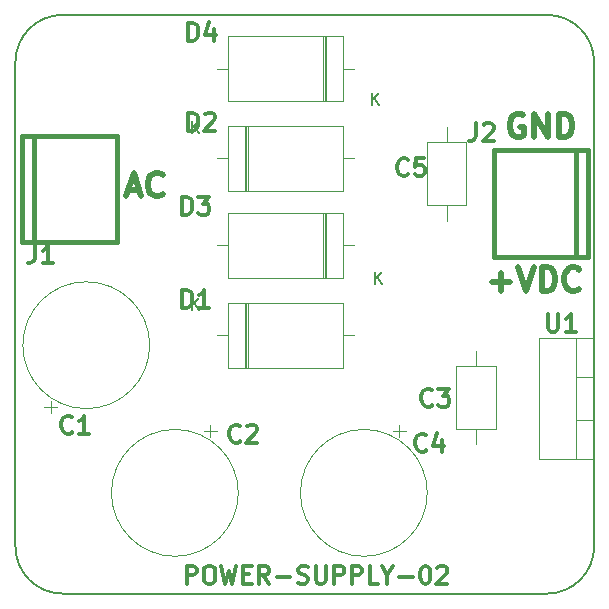
<source format=gbr>
G04 #@! TF.GenerationSoftware,KiCad,Pcbnew,(5.0.2)-1*
G04 #@! TF.CreationDate,2020-11-25T16:06:49-05:00*
G04 #@! TF.ProjectId,MHS-5200A_PwrSupply,4d48532d-3532-4303-9041-5f5077725375,rev?*
G04 #@! TF.SameCoordinates,Original*
G04 #@! TF.FileFunction,Legend,Top*
G04 #@! TF.FilePolarity,Positive*
%FSLAX46Y46*%
G04 Gerber Fmt 4.6, Leading zero omitted, Abs format (unit mm)*
G04 Created by KiCad (PCBNEW (5.0.2)-1) date 11/25/2020 4:06:49 PM*
%MOMM*%
%LPD*%
G01*
G04 APERTURE LIST*
%ADD10C,0.500000*%
%ADD11C,0.375000*%
%ADD12C,0.120000*%
%ADD13C,0.381000*%
%ADD14C,0.150000*%
%ADD15C,0.450000*%
G04 APERTURE END LIST*
D10*
X9523809Y-14833333D02*
X10476190Y-14833333D01*
X9333333Y-15404761D02*
X9999999Y-13404761D01*
X10666666Y-15404761D01*
X12476190Y-15214285D02*
X12380952Y-15309523D01*
X12095238Y-15404761D01*
X11904761Y-15404761D01*
X11619047Y-15309523D01*
X11428571Y-15119047D01*
X11333333Y-14928571D01*
X11238095Y-14547619D01*
X11238095Y-14261904D01*
X11333333Y-13880952D01*
X11428571Y-13690476D01*
X11619047Y-13500000D01*
X11904761Y-13404761D01*
X12095238Y-13404761D01*
X12380952Y-13500000D01*
X12476190Y-13595238D01*
X42976190Y-8500000D02*
X42785714Y-8404761D01*
X42500000Y-8404761D01*
X42214285Y-8500000D01*
X42023809Y-8690476D01*
X41928571Y-8880952D01*
X41833333Y-9261904D01*
X41833333Y-9547619D01*
X41928571Y-9928571D01*
X42023809Y-10119047D01*
X42214285Y-10309523D01*
X42500000Y-10404761D01*
X42690476Y-10404761D01*
X42976190Y-10309523D01*
X43071428Y-10214285D01*
X43071428Y-9547619D01*
X42690476Y-9547619D01*
X43928571Y-10404761D02*
X43928571Y-8404761D01*
X45071428Y-10404761D01*
X45071428Y-8404761D01*
X46023809Y-10404761D02*
X46023809Y-8404761D01*
X46500000Y-8404761D01*
X46785714Y-8500000D01*
X46976190Y-8690476D01*
X47071428Y-8880952D01*
X47166666Y-9261904D01*
X47166666Y-9547619D01*
X47071428Y-9928571D01*
X46976190Y-10119047D01*
X46785714Y-10309523D01*
X46500000Y-10404761D01*
X46023809Y-10404761D01*
X40380952Y-22642857D02*
X41904761Y-22642857D01*
X41142857Y-23404761D02*
X41142857Y-21880952D01*
X42571428Y-21404761D02*
X43238095Y-23404761D01*
X43904761Y-21404761D01*
X44571428Y-23404761D02*
X44571428Y-21404761D01*
X45047619Y-21404761D01*
X45333333Y-21500000D01*
X45523809Y-21690476D01*
X45619047Y-21880952D01*
X45714285Y-22261904D01*
X45714285Y-22547619D01*
X45619047Y-22928571D01*
X45523809Y-23119047D01*
X45333333Y-23309523D01*
X45047619Y-23404761D01*
X44571428Y-23404761D01*
X47714285Y-23214285D02*
X47619047Y-23309523D01*
X47333333Y-23404761D01*
X47142857Y-23404761D01*
X46857142Y-23309523D01*
X46666666Y-23119047D01*
X46571428Y-22928571D01*
X46476190Y-22547619D01*
X46476190Y-22261904D01*
X46571428Y-21880952D01*
X46666666Y-21690476D01*
X46857142Y-21500000D01*
X47142857Y-21404761D01*
X47333333Y-21404761D01*
X47619047Y-21500000D01*
X47714285Y-21595238D01*
D11*
X14500000Y-48178571D02*
X14500000Y-46678571D01*
X15071428Y-46678571D01*
X15214285Y-46750000D01*
X15285714Y-46821428D01*
X15357142Y-46964285D01*
X15357142Y-47178571D01*
X15285714Y-47321428D01*
X15214285Y-47392857D01*
X15071428Y-47464285D01*
X14500000Y-47464285D01*
X16285714Y-46678571D02*
X16571428Y-46678571D01*
X16714285Y-46750000D01*
X16857142Y-46892857D01*
X16928571Y-47178571D01*
X16928571Y-47678571D01*
X16857142Y-47964285D01*
X16714285Y-48107142D01*
X16571428Y-48178571D01*
X16285714Y-48178571D01*
X16142857Y-48107142D01*
X16000000Y-47964285D01*
X15928571Y-47678571D01*
X15928571Y-47178571D01*
X16000000Y-46892857D01*
X16142857Y-46750000D01*
X16285714Y-46678571D01*
X17428571Y-46678571D02*
X17785714Y-48178571D01*
X18071428Y-47107142D01*
X18357142Y-48178571D01*
X18714285Y-46678571D01*
X19285714Y-47392857D02*
X19785714Y-47392857D01*
X20000000Y-48178571D02*
X19285714Y-48178571D01*
X19285714Y-46678571D01*
X20000000Y-46678571D01*
X21500000Y-48178571D02*
X21000000Y-47464285D01*
X20642857Y-48178571D02*
X20642857Y-46678571D01*
X21214285Y-46678571D01*
X21357142Y-46750000D01*
X21428571Y-46821428D01*
X21500000Y-46964285D01*
X21500000Y-47178571D01*
X21428571Y-47321428D01*
X21357142Y-47392857D01*
X21214285Y-47464285D01*
X20642857Y-47464285D01*
X22142857Y-47607142D02*
X23285714Y-47607142D01*
X23928571Y-48107142D02*
X24142857Y-48178571D01*
X24500000Y-48178571D01*
X24642857Y-48107142D01*
X24714285Y-48035714D01*
X24785714Y-47892857D01*
X24785714Y-47750000D01*
X24714285Y-47607142D01*
X24642857Y-47535714D01*
X24500000Y-47464285D01*
X24214285Y-47392857D01*
X24071428Y-47321428D01*
X24000000Y-47250000D01*
X23928571Y-47107142D01*
X23928571Y-46964285D01*
X24000000Y-46821428D01*
X24071428Y-46750000D01*
X24214285Y-46678571D01*
X24571428Y-46678571D01*
X24785714Y-46750000D01*
X25428571Y-46678571D02*
X25428571Y-47892857D01*
X25500000Y-48035714D01*
X25571428Y-48107142D01*
X25714285Y-48178571D01*
X26000000Y-48178571D01*
X26142857Y-48107142D01*
X26214285Y-48035714D01*
X26285714Y-47892857D01*
X26285714Y-46678571D01*
X27000000Y-48178571D02*
X27000000Y-46678571D01*
X27571428Y-46678571D01*
X27714285Y-46750000D01*
X27785714Y-46821428D01*
X27857142Y-46964285D01*
X27857142Y-47178571D01*
X27785714Y-47321428D01*
X27714285Y-47392857D01*
X27571428Y-47464285D01*
X27000000Y-47464285D01*
X28500000Y-48178571D02*
X28500000Y-46678571D01*
X29071428Y-46678571D01*
X29214285Y-46750000D01*
X29285714Y-46821428D01*
X29357142Y-46964285D01*
X29357142Y-47178571D01*
X29285714Y-47321428D01*
X29214285Y-47392857D01*
X29071428Y-47464285D01*
X28500000Y-47464285D01*
X30714285Y-48178571D02*
X30000000Y-48178571D01*
X30000000Y-46678571D01*
X31500000Y-47464285D02*
X31500000Y-48178571D01*
X31000000Y-46678571D02*
X31500000Y-47464285D01*
X32000000Y-46678571D01*
X32500000Y-47607142D02*
X33642857Y-47607142D01*
X34642857Y-46678571D02*
X34785714Y-46678571D01*
X34928571Y-46750000D01*
X35000000Y-46821428D01*
X35071428Y-46964285D01*
X35142857Y-47250000D01*
X35142857Y-47607142D01*
X35071428Y-47892857D01*
X35000000Y-48035714D01*
X34928571Y-48107142D01*
X34785714Y-48178571D01*
X34642857Y-48178571D01*
X34500000Y-48107142D01*
X34428571Y-48035714D01*
X34357142Y-47892857D01*
X34285714Y-47607142D01*
X34285714Y-47250000D01*
X34357142Y-46964285D01*
X34428571Y-46821428D01*
X34500000Y-46750000D01*
X34642857Y-46678571D01*
X35714285Y-46821428D02*
X35785714Y-46750000D01*
X35928571Y-46678571D01*
X36285714Y-46678571D01*
X36428571Y-46750000D01*
X36500000Y-46821428D01*
X36571428Y-46964285D01*
X36571428Y-47107142D01*
X36500000Y-47321428D01*
X35642857Y-48178571D01*
X36571428Y-48178571D01*
D12*
G04 #@! TO.C,C1*
X11370000Y-28000000D02*
G75*
G03X11370000Y-28000000I-5370000J0D01*
G01*
X2985000Y-33747133D02*
X2985000Y-32697133D01*
X2460000Y-33222133D02*
X3510000Y-33222133D01*
G04 #@! TO.C,C2*
X17040000Y-35277867D02*
X15990000Y-35277867D01*
X16515000Y-34752867D02*
X16515000Y-35802867D01*
X18870000Y-40500000D02*
G75*
G03X18870000Y-40500000I-5370000J0D01*
G01*
G04 #@! TO.C,C3*
X40670000Y-29770000D02*
X37330000Y-29770000D01*
X37330000Y-29770000D02*
X37330000Y-35110000D01*
X37330000Y-35110000D02*
X40670000Y-35110000D01*
X40670000Y-35110000D02*
X40670000Y-29770000D01*
X39000000Y-28480000D02*
X39000000Y-29770000D01*
X39000000Y-36400000D02*
X39000000Y-35110000D01*
G04 #@! TO.C,C4*
X34870000Y-40500000D02*
G75*
G03X34870000Y-40500000I-5370000J0D01*
G01*
X32515000Y-34752867D02*
X32515000Y-35802867D01*
X33040000Y-35277867D02*
X31990000Y-35277867D01*
G04 #@! TO.C,C5*
X36500000Y-9540000D02*
X36500000Y-10830000D01*
X36500000Y-17460000D02*
X36500000Y-16170000D01*
X34830000Y-10830000D02*
X34830000Y-16170000D01*
X38170000Y-10830000D02*
X34830000Y-10830000D01*
X38170000Y-16170000D02*
X38170000Y-10830000D01*
X34830000Y-16170000D02*
X38170000Y-16170000D01*
G04 #@! TO.C,D1*
X17990000Y-24458000D02*
X17990000Y-29898000D01*
X17990000Y-29898000D02*
X27730000Y-29898000D01*
X27730000Y-29898000D02*
X27730000Y-24458000D01*
X27730000Y-24458000D02*
X17990000Y-24458000D01*
X17080000Y-27178000D02*
X17990000Y-27178000D01*
X28640000Y-27178000D02*
X27730000Y-27178000D01*
X19535000Y-24458000D02*
X19535000Y-29898000D01*
X19655000Y-24458000D02*
X19655000Y-29898000D01*
X19415000Y-24458000D02*
X19415000Y-29898000D01*
G04 #@! TO.C,D2*
X19415000Y-9472000D02*
X19415000Y-14912000D01*
X19655000Y-9472000D02*
X19655000Y-14912000D01*
X19535000Y-9472000D02*
X19535000Y-14912000D01*
X28640000Y-12192000D02*
X27730000Y-12192000D01*
X17080000Y-12192000D02*
X17990000Y-12192000D01*
X27730000Y-9472000D02*
X17990000Y-9472000D01*
X27730000Y-14912000D02*
X27730000Y-9472000D01*
X17990000Y-14912000D02*
X27730000Y-14912000D01*
X17990000Y-9472000D02*
X17990000Y-14912000D01*
G04 #@! TO.C,D3*
X27730000Y-22278000D02*
X27730000Y-16838000D01*
X27730000Y-16838000D02*
X17990000Y-16838000D01*
X17990000Y-16838000D02*
X17990000Y-22278000D01*
X17990000Y-22278000D02*
X27730000Y-22278000D01*
X28640000Y-19558000D02*
X27730000Y-19558000D01*
X17080000Y-19558000D02*
X17990000Y-19558000D01*
X26185000Y-22278000D02*
X26185000Y-16838000D01*
X26065000Y-22278000D02*
X26065000Y-16838000D01*
X26305000Y-22278000D02*
X26305000Y-16838000D01*
G04 #@! TO.C,D4*
X26305000Y-7300000D02*
X26305000Y-1860000D01*
X26065000Y-7300000D02*
X26065000Y-1860000D01*
X26185000Y-7300000D02*
X26185000Y-1860000D01*
X17080000Y-4580000D02*
X17990000Y-4580000D01*
X28640000Y-4580000D02*
X27730000Y-4580000D01*
X17990000Y-7300000D02*
X27730000Y-7300000D01*
X17990000Y-1860000D02*
X17990000Y-7300000D01*
X27730000Y-1860000D02*
X17990000Y-1860000D01*
X27730000Y-7300000D02*
X27730000Y-1860000D01*
D13*
G04 #@! TO.C,J1*
X580000Y-19280000D02*
X8580000Y-19280000D01*
X580000Y-10280000D02*
X8580000Y-10280000D01*
X8580000Y-19280000D02*
X8580000Y-10280000D01*
X1580000Y-19280000D02*
X1580000Y-10280000D01*
X580000Y-19280000D02*
X580000Y-10280000D01*
G04 #@! TO.C,J2*
X48500000Y-11500000D02*
X48500000Y-20500000D01*
X47500000Y-11500000D02*
X47500000Y-20500000D01*
X40500000Y-11500000D02*
X40500000Y-20500000D01*
X48500000Y-20500000D02*
X40500000Y-20500000D01*
X48500000Y-11500000D02*
X40500000Y-11500000D01*
D12*
G04 #@! TO.C,U1*
X48990000Y-27400000D02*
X48990000Y-37640000D01*
X44349000Y-27400000D02*
X44349000Y-37640000D01*
X48990000Y-27400000D02*
X44349000Y-27400000D01*
X48990000Y-37640000D02*
X44349000Y-37640000D01*
X47480000Y-27400000D02*
X47480000Y-37640000D01*
X48990000Y-30670000D02*
X47480000Y-30670000D01*
X48990000Y-34371000D02*
X47480000Y-34371000D01*
D14*
G04 #@! TO.C,B1*
X4000000Y-49030000D02*
X45000000Y-49030000D01*
X0Y-4030000D02*
X0Y-45030000D01*
X45000000Y-30000D02*
X4000000Y-30000D01*
X49000000Y-45030000D02*
X49000000Y-4030000D01*
X0Y-45030000D02*
G75*
G03X4000000Y-49030000I4000000J0D01*
G01*
X45000000Y-49030000D02*
G75*
G03X49000000Y-45030000I0J4000000D01*
G01*
X49000000Y-4030000D02*
G75*
G03X45000000Y-30000I-4000000J0D01*
G01*
X4000000Y-30000D02*
G75*
G03X0Y-4030000I0J-4000000D01*
G01*
G04 #@! TO.C,C1*
D11*
X4830000Y-35333714D02*
X4758571Y-35405142D01*
X4544285Y-35476571D01*
X4401428Y-35476571D01*
X4187142Y-35405142D01*
X4044285Y-35262285D01*
X3972857Y-35119428D01*
X3901428Y-34833714D01*
X3901428Y-34619428D01*
X3972857Y-34333714D01*
X4044285Y-34190857D01*
X4187142Y-34048000D01*
X4401428Y-33976571D01*
X4544285Y-33976571D01*
X4758571Y-34048000D01*
X4830000Y-34119428D01*
X6258571Y-35476571D02*
X5401428Y-35476571D01*
X5830000Y-35476571D02*
X5830000Y-33976571D01*
X5687142Y-34190857D01*
X5544285Y-34333714D01*
X5401428Y-34405142D01*
D15*
G04 #@! TO.C,C2*
D11*
X19054000Y-36095714D02*
X18982571Y-36167142D01*
X18768285Y-36238571D01*
X18625428Y-36238571D01*
X18411142Y-36167142D01*
X18268285Y-36024285D01*
X18196857Y-35881428D01*
X18125428Y-35595714D01*
X18125428Y-35381428D01*
X18196857Y-35095714D01*
X18268285Y-34952857D01*
X18411142Y-34810000D01*
X18625428Y-34738571D01*
X18768285Y-34738571D01*
X18982571Y-34810000D01*
X19054000Y-34881428D01*
X19625428Y-34881428D02*
X19696857Y-34810000D01*
X19839714Y-34738571D01*
X20196857Y-34738571D01*
X20339714Y-34810000D01*
X20411142Y-34881428D01*
X20482571Y-35024285D01*
X20482571Y-35167142D01*
X20411142Y-35381428D01*
X19554000Y-36238571D01*
X20482571Y-36238571D01*
D15*
G04 #@! TO.C,C3*
D11*
X35310000Y-33047714D02*
X35238571Y-33119142D01*
X35024285Y-33190571D01*
X34881428Y-33190571D01*
X34667142Y-33119142D01*
X34524285Y-32976285D01*
X34452857Y-32833428D01*
X34381428Y-32547714D01*
X34381428Y-32333428D01*
X34452857Y-32047714D01*
X34524285Y-31904857D01*
X34667142Y-31762000D01*
X34881428Y-31690571D01*
X35024285Y-31690571D01*
X35238571Y-31762000D01*
X35310000Y-31833428D01*
X35810000Y-31690571D02*
X36738571Y-31690571D01*
X36238571Y-32262000D01*
X36452857Y-32262000D01*
X36595714Y-32333428D01*
X36667142Y-32404857D01*
X36738571Y-32547714D01*
X36738571Y-32904857D01*
X36667142Y-33047714D01*
X36595714Y-33119142D01*
X36452857Y-33190571D01*
X36024285Y-33190571D01*
X35881428Y-33119142D01*
X35810000Y-33047714D01*
D15*
G04 #@! TO.C,C4*
D11*
X34802000Y-36857714D02*
X34730571Y-36929142D01*
X34516285Y-37000571D01*
X34373428Y-37000571D01*
X34159142Y-36929142D01*
X34016285Y-36786285D01*
X33944857Y-36643428D01*
X33873428Y-36357714D01*
X33873428Y-36143428D01*
X33944857Y-35857714D01*
X34016285Y-35714857D01*
X34159142Y-35572000D01*
X34373428Y-35500571D01*
X34516285Y-35500571D01*
X34730571Y-35572000D01*
X34802000Y-35643428D01*
X36087714Y-36000571D02*
X36087714Y-37000571D01*
X35730571Y-35429142D02*
X35373428Y-36500571D01*
X36302000Y-36500571D01*
D15*
G04 #@! TO.C,C5*
D11*
X33250000Y-13535714D02*
X33178571Y-13607142D01*
X32964285Y-13678571D01*
X32821428Y-13678571D01*
X32607142Y-13607142D01*
X32464285Y-13464285D01*
X32392857Y-13321428D01*
X32321428Y-13035714D01*
X32321428Y-12821428D01*
X32392857Y-12535714D01*
X32464285Y-12392857D01*
X32607142Y-12250000D01*
X32821428Y-12178571D01*
X32964285Y-12178571D01*
X33178571Y-12250000D01*
X33250000Y-12321428D01*
X34607142Y-12178571D02*
X33892857Y-12178571D01*
X33821428Y-12892857D01*
X33892857Y-12821428D01*
X34035714Y-12750000D01*
X34392857Y-12750000D01*
X34535714Y-12821428D01*
X34607142Y-12892857D01*
X34678571Y-13035714D01*
X34678571Y-13392857D01*
X34607142Y-13535714D01*
X34535714Y-13607142D01*
X34392857Y-13678571D01*
X34035714Y-13678571D01*
X33892857Y-13607142D01*
X33821428Y-13535714D01*
D15*
G04 #@! TO.C,D1*
D11*
X14132857Y-24808571D02*
X14132857Y-23308571D01*
X14490000Y-23308571D01*
X14704285Y-23380000D01*
X14847142Y-23522857D01*
X14918571Y-23665714D01*
X14990000Y-23951428D01*
X14990000Y-24165714D01*
X14918571Y-24451428D01*
X14847142Y-24594285D01*
X14704285Y-24737142D01*
X14490000Y-24808571D01*
X14132857Y-24808571D01*
X16418571Y-24808571D02*
X15561428Y-24808571D01*
X15990000Y-24808571D02*
X15990000Y-23308571D01*
X15847142Y-23522857D01*
X15704285Y-23665714D01*
X15561428Y-23737142D01*
D15*
D14*
X14978095Y-25030380D02*
X14978095Y-24030380D01*
X15549523Y-25030380D02*
X15120952Y-24458952D01*
X15549523Y-24030380D02*
X14978095Y-24601809D01*
G04 #@! TO.C,D2*
D11*
X14640857Y-9822571D02*
X14640857Y-8322571D01*
X14998000Y-8322571D01*
X15212285Y-8394000D01*
X15355142Y-8536857D01*
X15426571Y-8679714D01*
X15498000Y-8965428D01*
X15498000Y-9179714D01*
X15426571Y-9465428D01*
X15355142Y-9608285D01*
X15212285Y-9751142D01*
X14998000Y-9822571D01*
X14640857Y-9822571D01*
X16069428Y-8465428D02*
X16140857Y-8394000D01*
X16283714Y-8322571D01*
X16640857Y-8322571D01*
X16783714Y-8394000D01*
X16855142Y-8465428D01*
X16926571Y-8608285D01*
X16926571Y-8751142D01*
X16855142Y-8965428D01*
X15998000Y-9822571D01*
X16926571Y-9822571D01*
D15*
D14*
X14978095Y-10044380D02*
X14978095Y-9044380D01*
X15549523Y-10044380D02*
X15120952Y-9472952D01*
X15549523Y-9044380D02*
X14978095Y-9615809D01*
G04 #@! TO.C,D3*
D11*
X14132857Y-16934571D02*
X14132857Y-15434571D01*
X14490000Y-15434571D01*
X14704285Y-15506000D01*
X14847142Y-15648857D01*
X14918571Y-15791714D01*
X14990000Y-16077428D01*
X14990000Y-16291714D01*
X14918571Y-16577428D01*
X14847142Y-16720285D01*
X14704285Y-16863142D01*
X14490000Y-16934571D01*
X14132857Y-16934571D01*
X15490000Y-15434571D02*
X16418571Y-15434571D01*
X15918571Y-16006000D01*
X16132857Y-16006000D01*
X16275714Y-16077428D01*
X16347142Y-16148857D01*
X16418571Y-16291714D01*
X16418571Y-16648857D01*
X16347142Y-16791714D01*
X16275714Y-16863142D01*
X16132857Y-16934571D01*
X15704285Y-16934571D01*
X15561428Y-16863142D01*
X15490000Y-16791714D01*
D15*
D14*
X30458095Y-22830380D02*
X30458095Y-21830380D01*
X31029523Y-22830380D02*
X30600952Y-22258952D01*
X31029523Y-21830380D02*
X30458095Y-22401809D01*
G04 #@! TO.C,D4*
D11*
X14640857Y-2202571D02*
X14640857Y-702571D01*
X14998000Y-702571D01*
X15212285Y-774000D01*
X15355142Y-916857D01*
X15426571Y-1059714D01*
X15498000Y-1345428D01*
X15498000Y-1559714D01*
X15426571Y-1845428D01*
X15355142Y-1988285D01*
X15212285Y-2131142D01*
X14998000Y-2202571D01*
X14640857Y-2202571D01*
X16783714Y-1202571D02*
X16783714Y-2202571D01*
X16426571Y-631142D02*
X16069428Y-1702571D01*
X16998000Y-1702571D01*
D15*
D14*
X30218095Y-7632380D02*
X30218095Y-6632380D01*
X30789523Y-7632380D02*
X30360952Y-7060952D01*
X30789523Y-6632380D02*
X30218095Y-7203809D01*
G04 #@! TO.C,J1*
D11*
X1660000Y-19553571D02*
X1660000Y-20625000D01*
X1588571Y-20839285D01*
X1445714Y-20982142D01*
X1231428Y-21053571D01*
X1088571Y-21053571D01*
X3160000Y-21053571D02*
X2302857Y-21053571D01*
X2731428Y-21053571D02*
X2731428Y-19553571D01*
X2588571Y-19767857D01*
X2445714Y-19910714D01*
X2302857Y-19982142D01*
D15*
G04 #@! TO.C,J2*
D11*
X39000000Y-9178571D02*
X39000000Y-10250000D01*
X38928571Y-10464285D01*
X38785714Y-10607142D01*
X38571428Y-10678571D01*
X38428571Y-10678571D01*
X39642857Y-9321428D02*
X39714285Y-9250000D01*
X39857142Y-9178571D01*
X40214285Y-9178571D01*
X40357142Y-9250000D01*
X40428571Y-9321428D01*
X40500000Y-9464285D01*
X40500000Y-9607142D01*
X40428571Y-9821428D01*
X39571428Y-10678571D01*
X40500000Y-10678571D01*
D15*
G04 #@! TO.C,U1*
D11*
X45085142Y-25340571D02*
X45085142Y-26554857D01*
X45156571Y-26697714D01*
X45228000Y-26769142D01*
X45370857Y-26840571D01*
X45656571Y-26840571D01*
X45799428Y-26769142D01*
X45870857Y-26697714D01*
X45942285Y-26554857D01*
X45942285Y-25340571D01*
X47442285Y-26840571D02*
X46585142Y-26840571D01*
X47013714Y-26840571D02*
X47013714Y-25340571D01*
X46870857Y-25554857D01*
X46728000Y-25697714D01*
X46585142Y-25769142D01*
D15*
D11*
X45085142Y-25340571D02*
X45085142Y-26554857D01*
X45156571Y-26697714D01*
X45228000Y-26769142D01*
X45370857Y-26840571D01*
X45656571Y-26840571D01*
X45799428Y-26769142D01*
X45870857Y-26697714D01*
X45942285Y-26554857D01*
X45942285Y-25340571D01*
X47442285Y-26840571D02*
X46585142Y-26840571D01*
X47013714Y-26840571D02*
X47013714Y-25340571D01*
X46870857Y-25554857D01*
X46728000Y-25697714D01*
X46585142Y-25769142D01*
D15*
G04 #@! TD*
M02*

</source>
